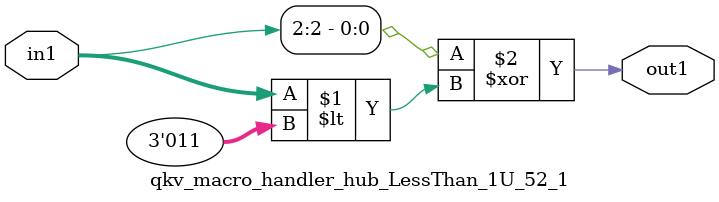
<source format=v>

`timescale 1ps / 1ps


module qkv_macro_handler_hub_LessThan_1U_52_1( in1, out1 );

    input [2:0] in1;
    output out1;

    
    // rtl_process:qkv_macro_handler_hub_LessThan_1U_52_1/qkv_macro_handler_hub_LessThan_1U_52_1_thread_1
    assign out1 = (in1[2] ^ in1 < 3'd3);

endmodule


</source>
